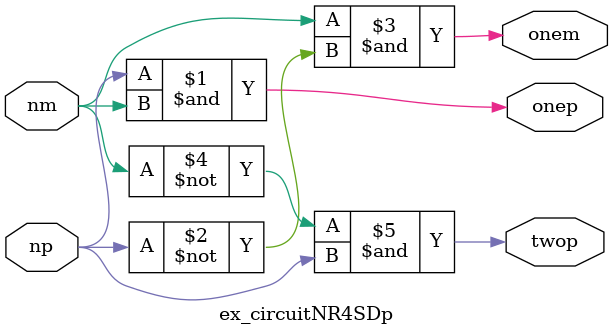
<source format=v>

module ex_circuitNR4SDm(nm, np, onep, onem, twom);
	input nm, np;
	output onep, onem, twom;
	
	assign onep = ~nm & np;
	assign onem = nm & np;
	assign twom = ~np & nm;
	
endmodule


module ex_circuitNR4SDp(nm, np, onep, onem, twop);
	input nm, np;
	output onep, onem, twop;
	
	assign onep = np & nm;
	assign onem = nm & ~np;
	assign twop = ~nm & np;

endmodule
</source>
